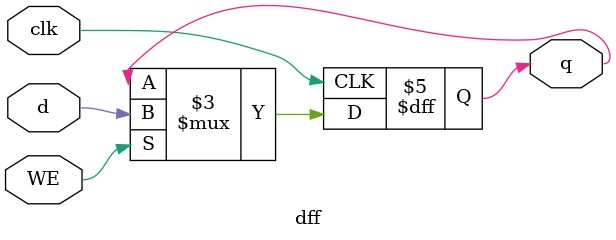
<source format=v>
module dff(input wire clk, input wire WE, input wire d, output reg q);

    initial begin
        q <= 0;
    end

    always @(posedge clk) begin
        if (WE) begin
            q <= d;
        end
    end
                
endmodule
</source>
